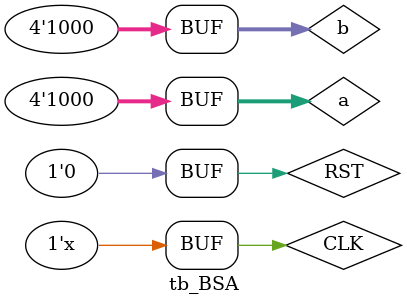
<source format=v>
`timescale 1ns / 1ns


module tb_BSA;
    parameter WL = 4;
    reg CLK,RST;
    reg [WL-1:0] a,b;
    wire s_bit;
    bsa #(
        .WL(WL))
        bsa00(
            .clk(CLK),
            .rst(RST),
            .in1(a),
            .in2(b),
            .sbit(s_bit)
        );
  
  
    initial CLK = 1;
    initial RST = 1;
    initial a = 4'b1111; 
    initial b = 4'b1111;
    always #10 CLK = ~CLK;
    
    initial begin
    
//        CLK = 0;
        RST = 1'b0;
        #10 RST = 1'b1;
        #10 RST = 1'b0;
        
//        #10 @(posedge CLK) a <= 4'b0000; b <= 4'b0000;
        #20 a <= 4'b1110; b <= 4'b0111;
        #20 a <= 4'b1011; b <= 4'b0101;
        #20 a <= 4'b1000; b <= 4'b1000;
    end

endmodule

</source>
